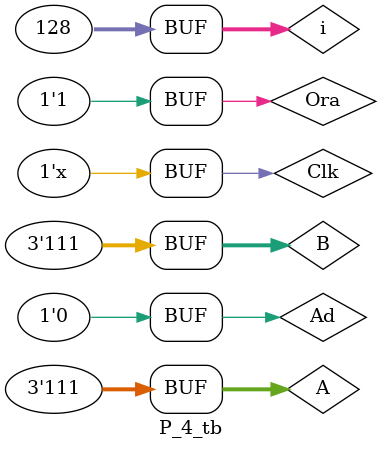
<source format=v>
module P_4(A,B,Ora,C0,C1,C2,Clk,Ad);
input [2:0] A,B;
input Clk,Ad,Ora;
output reg C0,C1,C2;

wire [2:0] Sum,OR;
//.................//
assign Sum = A ^ B;
assign OR = A | B;
//...............//
always@(posedge Clk) begin
	if(Ora | Ad ==1'b0)begin
		if(Ora==1'b0) begin
			C0 <= Sum[0];
			C1 <= Sum[1];
			C2 <= Sum[2];
		end
		else begin
			C0 <= OR[0];
			C1 <= OR[1];
			C2 <= OR[2];
		end
	end
 end
 endmodule
 
 //............tb............//
 module P_4_tb;
 reg [2:0] A,B;
 reg Clk,Ad,Ora;
 wire C0,C1,C2;
 
 integer i;
 
 P_4 f(A,B,Ora,C0,C1,C2,Clk,CE,Ad);
 

always #10 Clk=~Clk;
 
initial begin
	Clk= 1'b0;
	Ad = 1'b0;

	#10 Clk= 1'b1;
	#10 Ad = 1'b0;
end
initial begin
	for (i=0; i <128 ;i=i+1)begin
		#10 {A,B,Ora}=i;
	end
end
initial begin
	$monitor("Time= %0t |Clk=%b| Ora=%b| A=%b | B=%b | C0=%b | C1=%b | C2=%b ",$realtime,Clk,Ora,A,B,C0,C1,C2);
end
endmodule

 
</source>
